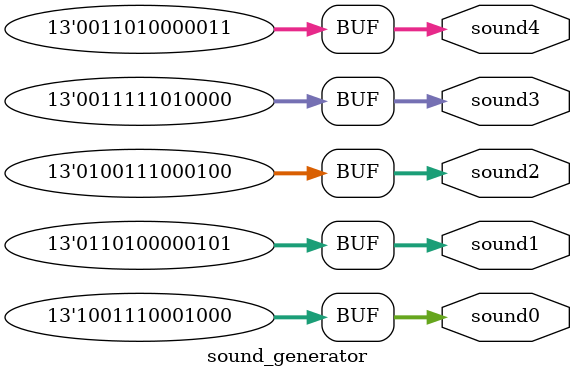
<source format=v>
module sound_generator(sound0,
                       sound1,
                       sound2,
                       sound3,
                       sound4);

    output [12:0] sound0, sound1, sound2, sound3, sound4;

    assign sound0 = 13'd5000; // 5000us = 200Hz
    assign sound1 = 13'd3333; // 3333us = 300Hz
    assign sound2 = 13'd2500; // 2500us = 400HZ
    assign sound3 = 13'd2000; // 2000us = 500Hz
    assign sound4 = 13'd1667; // 1667us = 600Hz

endmodule

</source>
